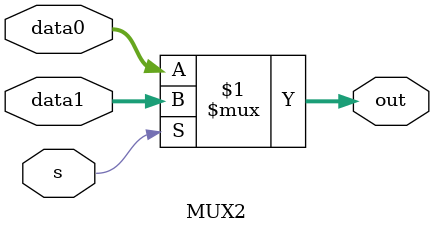
<source format=v>
`timescale 1ns / 1ps


module MUX2(
    input       [31:0]  data0,
    input       [31:0]  data1,
    input               s,
    output      [31:0]  out  
    );
    assign out=(s)?data1:data0;
endmodule
</source>
